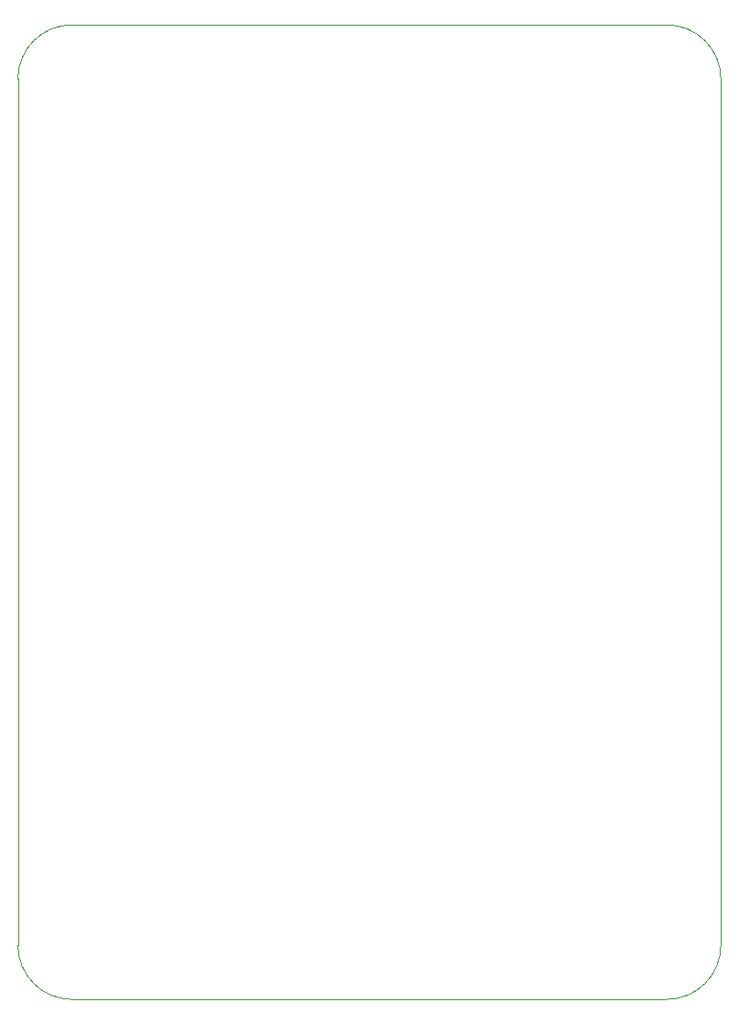
<source format=gtp>
G04 #@! TF.GenerationSoftware,KiCad,Pcbnew,(6.0.0)*
G04 #@! TF.CreationDate,2022-05-07T17:49:45+02:00*
G04 #@! TF.ProjectId,Alimentation,416c696d-656e-4746-9174-696f6e2e6b69,rev?*
G04 #@! TF.SameCoordinates,Original*
G04 #@! TF.FileFunction,Paste,Top*
G04 #@! TF.FilePolarity,Positive*
%FSLAX46Y46*%
G04 Gerber Fmt 4.6, Leading zero omitted, Abs format (unit mm)*
G04 Created by KiCad (PCBNEW (6.0.0)) date 2022-05-07 17:49:45*
%MOMM*%
%LPD*%
G01*
G04 APERTURE LIST*
G04 #@! TA.AperFunction,Profile*
%ADD10C,0.050000*%
G04 #@! TD*
G04 APERTURE END LIST*
D10*
X147952000Y-125448000D02*
X92952000Y-125448000D01*
X92952000Y-35448000D02*
G75*
G03*
X87952000Y-40448000I0J-5000000D01*
G01*
X152952000Y-40448000D02*
X152952000Y-120448000D01*
X152952000Y-40448000D02*
G75*
G03*
X147952000Y-35448000I-5000000J0D01*
G01*
X147952000Y-125448000D02*
G75*
G03*
X152952000Y-120448000I0J5000000D01*
G01*
X87952000Y-40448000D02*
X87952000Y-120448000D01*
X87952000Y-120448000D02*
G75*
G03*
X92952000Y-125448000I5000000J0D01*
G01*
X92952000Y-35448000D02*
X147952000Y-35448000D01*
M02*

</source>
